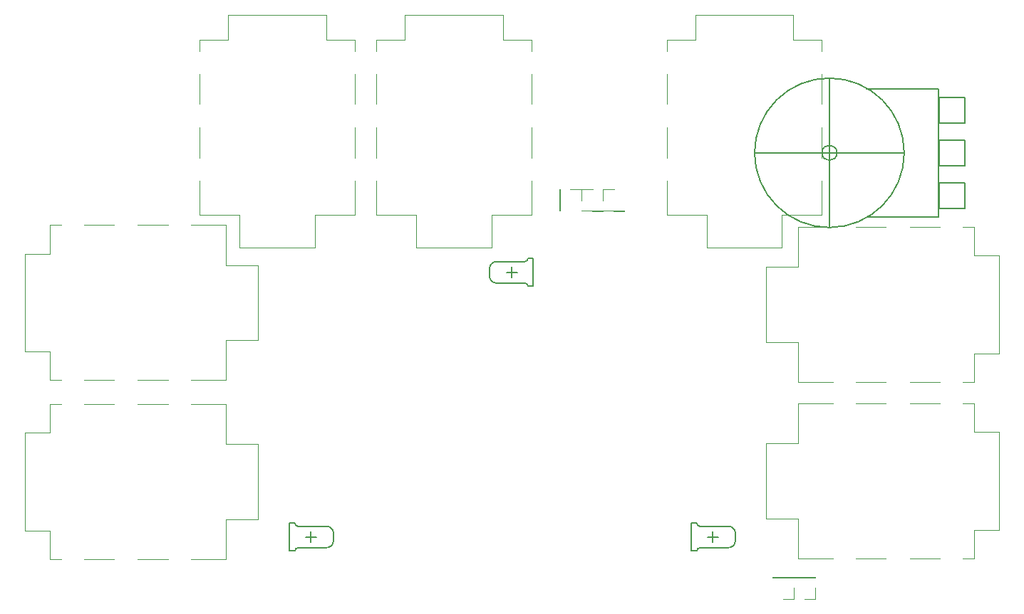
<source format=gbr>
G04 #@! TF.GenerationSoftware,KiCad,Pcbnew,(5.1.5-0-10_14)*
G04 #@! TF.CreationDate,2020-11-25T16:38:17+01:00*
G04 #@! TF.ProjectId,ab-mix,61622d6d-6978-42e6-9b69-6361645f7063,rev?*
G04 #@! TF.SameCoordinates,Original*
G04 #@! TF.FileFunction,Legend,Bot*
G04 #@! TF.FilePolarity,Positive*
%FSLAX46Y46*%
G04 Gerber Fmt 4.6, Leading zero omitted, Abs format (unit mm)*
G04 Created by KiCad (PCBNEW (5.1.5-0-10_14)) date 2020-11-25 16:38:17*
%MOMM*%
%LPD*%
G04 APERTURE LIST*
%ADD10C,0.127000*%
%ADD11C,0.120000*%
G04 APERTURE END LIST*
D10*
X138617000Y-71552000D02*
G75*
G03X138617000Y-71552000I-898000J0D01*
G01*
X128829000Y-71551998D02*
G75*
G03X137719000Y-80442000I8889901J-101D01*
G01*
X137719002Y-62662000D02*
G75*
G03X128829000Y-71552000I-101J-8889901D01*
G01*
X146609000Y-71552000D02*
G75*
G03X137719000Y-62662000I-8890000J0D01*
G01*
X137719000Y-80442000D02*
G75*
G03X146609000Y-71552000I0J8890000D01*
G01*
X142164000Y-79172000D02*
X150673000Y-79172000D01*
X150673000Y-63932000D02*
X142164000Y-63932000D01*
X146609000Y-71552000D02*
X128829000Y-71552000D01*
X137719000Y-80442000D02*
X137719000Y-62662000D01*
X150673000Y-79172000D02*
X150673000Y-63932000D01*
X150800000Y-78156000D02*
X150800000Y-75108000D01*
X150800000Y-73076000D02*
X150800000Y-70028000D01*
X150800000Y-67996000D02*
X150800000Y-64948000D01*
X150800000Y-78156000D02*
X153848000Y-78156000D01*
X153848000Y-78156000D02*
X153848000Y-75108000D01*
X153848000Y-75108000D02*
X150800000Y-75108000D01*
X150800000Y-73076000D02*
X153848000Y-73076000D01*
X153848000Y-73076000D02*
X153848000Y-70028000D01*
X153848000Y-70028000D02*
X150800000Y-70028000D01*
X150800000Y-67996000D02*
X153848000Y-67996000D01*
X153848000Y-67996000D02*
X153848000Y-64948000D01*
X153848000Y-64948000D02*
X150800000Y-64948000D01*
D11*
X87295000Y-58130000D02*
X87295000Y-55130000D01*
X98935000Y-55130000D02*
X87295000Y-55130000D01*
X98935000Y-58130000D02*
X98935000Y-55130000D01*
X97585000Y-82800000D02*
X97585000Y-78980000D01*
X102335000Y-58130000D02*
X98935000Y-58130000D01*
X83895000Y-58130000D02*
X83895000Y-59450000D01*
X102335000Y-58130000D02*
X102335000Y-59450000D01*
X102335000Y-74850000D02*
X102335000Y-78980000D01*
X102335000Y-68550000D02*
X102335000Y-72150000D01*
X102335000Y-62150000D02*
X102335000Y-65750000D01*
X83895000Y-65750000D02*
X83895000Y-62150000D01*
X83895000Y-72150000D02*
X83895000Y-68550000D01*
X83895000Y-78980000D02*
X83895000Y-74850000D01*
X102335000Y-78980000D02*
X97585000Y-78980000D01*
X97545000Y-82800000D02*
X88645000Y-82800000D01*
X88645000Y-82800000D02*
X88645000Y-78980000D01*
X88645000Y-78980000D02*
X83895000Y-78980000D01*
X87295000Y-58130000D02*
X83895000Y-58130000D01*
X154870000Y-83795000D02*
X157870000Y-83795000D01*
X157870000Y-95435000D02*
X157870000Y-83795000D01*
X154870000Y-95435000D02*
X157870000Y-95435000D01*
X130200000Y-94085000D02*
X134020000Y-94085000D01*
X154870000Y-98835000D02*
X154870000Y-95435000D01*
X154870000Y-80395000D02*
X153550000Y-80395000D01*
X154870000Y-98835000D02*
X153550000Y-98835000D01*
X138150000Y-98835000D02*
X134020000Y-98835000D01*
X144450000Y-98835000D02*
X140850000Y-98835000D01*
X150850000Y-98835000D02*
X147250000Y-98835000D01*
X147250000Y-80395000D02*
X150850000Y-80395000D01*
X140850000Y-80395000D02*
X144450000Y-80395000D01*
X134020000Y-80395000D02*
X138150000Y-80395000D01*
X134020000Y-98835000D02*
X134020000Y-94085000D01*
X130200000Y-94045000D02*
X130200000Y-85145000D01*
X130200000Y-85145000D02*
X134020000Y-85145000D01*
X134020000Y-85145000D02*
X134020000Y-80395000D01*
X154870000Y-83795000D02*
X154870000Y-80395000D01*
X154870000Y-104795000D02*
X157870000Y-104795000D01*
X157870000Y-116435000D02*
X157870000Y-104795000D01*
X154870000Y-116435000D02*
X157870000Y-116435000D01*
X130200000Y-115085000D02*
X134020000Y-115085000D01*
X154870000Y-119835000D02*
X154870000Y-116435000D01*
X154870000Y-101395000D02*
X153550000Y-101395000D01*
X154870000Y-119835000D02*
X153550000Y-119835000D01*
X138150000Y-119835000D02*
X134020000Y-119835000D01*
X144450000Y-119835000D02*
X140850000Y-119835000D01*
X150850000Y-119835000D02*
X147250000Y-119835000D01*
X147250000Y-101395000D02*
X150850000Y-101395000D01*
X140850000Y-101395000D02*
X144450000Y-101395000D01*
X134020000Y-101395000D02*
X138150000Y-101395000D01*
X134020000Y-119835000D02*
X134020000Y-115085000D01*
X130200000Y-115045000D02*
X130200000Y-106145000D01*
X130200000Y-106145000D02*
X134020000Y-106145000D01*
X134020000Y-106145000D02*
X134020000Y-101395000D01*
X154870000Y-104795000D02*
X154870000Y-101395000D01*
X45130000Y-95205000D02*
X42130000Y-95205000D01*
X42130000Y-83565000D02*
X42130000Y-95205000D01*
X45130000Y-83565000D02*
X42130000Y-83565000D01*
X69800000Y-84915000D02*
X65980000Y-84915000D01*
X45130000Y-80165000D02*
X45130000Y-83565000D01*
X45130000Y-98605000D02*
X46450000Y-98605000D01*
X45130000Y-80165000D02*
X46450000Y-80165000D01*
X61850000Y-80165000D02*
X65980000Y-80165000D01*
X55550000Y-80165000D02*
X59150000Y-80165000D01*
X49150000Y-80165000D02*
X52750000Y-80165000D01*
X52750000Y-98605000D02*
X49150000Y-98605000D01*
X59150000Y-98605000D02*
X55550000Y-98605000D01*
X65980000Y-98605000D02*
X61850000Y-98605000D01*
X65980000Y-80165000D02*
X65980000Y-84915000D01*
X69800000Y-84955000D02*
X69800000Y-93855000D01*
X69800000Y-93855000D02*
X65980000Y-93855000D01*
X65980000Y-93855000D02*
X65980000Y-98605000D01*
X45130000Y-95205000D02*
X45130000Y-98605000D01*
X45130000Y-116505000D02*
X42130000Y-116505000D01*
X42130000Y-104865000D02*
X42130000Y-116505000D01*
X45130000Y-104865000D02*
X42130000Y-104865000D01*
X69800000Y-106215000D02*
X65980000Y-106215000D01*
X45130000Y-101465000D02*
X45130000Y-104865000D01*
X45130000Y-119905000D02*
X46450000Y-119905000D01*
X45130000Y-101465000D02*
X46450000Y-101465000D01*
X61850000Y-101465000D02*
X65980000Y-101465000D01*
X55550000Y-101465000D02*
X59150000Y-101465000D01*
X49150000Y-101465000D02*
X52750000Y-101465000D01*
X52750000Y-119905000D02*
X49150000Y-119905000D01*
X59150000Y-119905000D02*
X55550000Y-119905000D01*
X65980000Y-119905000D02*
X61850000Y-119905000D01*
X65980000Y-101465000D02*
X65980000Y-106215000D01*
X69800000Y-106255000D02*
X69800000Y-115155000D01*
X69800000Y-115155000D02*
X65980000Y-115155000D01*
X65980000Y-115155000D02*
X65980000Y-119905000D01*
X45130000Y-116505000D02*
X45130000Y-119905000D01*
X121795000Y-58130000D02*
X121795000Y-55130000D01*
X133435000Y-55130000D02*
X121795000Y-55130000D01*
X133435000Y-58130000D02*
X133435000Y-55130000D01*
X132085000Y-82800000D02*
X132085000Y-78980000D01*
X136835000Y-58130000D02*
X133435000Y-58130000D01*
X118395000Y-58130000D02*
X118395000Y-59450000D01*
X136835000Y-58130000D02*
X136835000Y-59450000D01*
X136835000Y-74850000D02*
X136835000Y-78980000D01*
X136835000Y-68550000D02*
X136835000Y-72150000D01*
X136835000Y-62150000D02*
X136835000Y-65750000D01*
X118395000Y-65750000D02*
X118395000Y-62150000D01*
X118395000Y-72150000D02*
X118395000Y-68550000D01*
X118395000Y-78980000D02*
X118395000Y-74850000D01*
X136835000Y-78980000D02*
X132085000Y-78980000D01*
X132045000Y-82800000D02*
X123145000Y-82800000D01*
X123145000Y-82800000D02*
X123145000Y-78980000D01*
X123145000Y-78980000D02*
X118395000Y-78980000D01*
X121795000Y-58130000D02*
X118395000Y-58130000D01*
X66295000Y-58130000D02*
X66295000Y-55130000D01*
X77935000Y-55130000D02*
X66295000Y-55130000D01*
X77935000Y-58130000D02*
X77935000Y-55130000D01*
X76585000Y-82800000D02*
X76585000Y-78980000D01*
X81335000Y-58130000D02*
X77935000Y-58130000D01*
X62895000Y-58130000D02*
X62895000Y-59450000D01*
X81335000Y-58130000D02*
X81335000Y-59450000D01*
X81335000Y-74850000D02*
X81335000Y-78980000D01*
X81335000Y-68550000D02*
X81335000Y-72150000D01*
X81335000Y-62150000D02*
X81335000Y-65750000D01*
X62895000Y-65750000D02*
X62895000Y-62150000D01*
X62895000Y-72150000D02*
X62895000Y-68550000D01*
X62895000Y-78980000D02*
X62895000Y-74850000D01*
X81335000Y-78980000D02*
X76585000Y-78980000D01*
X76545000Y-82800000D02*
X67645000Y-82800000D01*
X67645000Y-82800000D02*
X67645000Y-78980000D01*
X67645000Y-78980000D02*
X62895000Y-78980000D01*
X66295000Y-58130000D02*
X62895000Y-58130000D01*
X105715000Y-78410000D02*
X105651500Y-78410000D01*
X105715000Y-75870000D02*
X105655000Y-75870000D01*
X105655000Y-75870000D02*
X105651500Y-78410000D01*
X105715000Y-75870000D02*
X105715000Y-78410000D01*
X108251500Y-75873500D02*
X108251500Y-77203500D01*
X106921500Y-75870000D02*
X108251500Y-75870000D01*
X110795000Y-78410000D02*
X110795000Y-78473500D01*
X108255000Y-78410000D02*
X108255000Y-78470000D01*
X108255000Y-78470000D02*
X110795000Y-78473500D01*
X108255000Y-78410000D02*
X110795000Y-78410000D01*
X108258500Y-75873500D02*
X109588500Y-75873500D01*
X108255000Y-77203500D02*
X108255000Y-75873500D01*
X113335000Y-78410000D02*
X113335000Y-78473500D01*
X110795000Y-78410000D02*
X110795000Y-78470000D01*
X110795000Y-78470000D02*
X113335000Y-78473500D01*
X110795000Y-78410000D02*
X113335000Y-78410000D01*
X110798500Y-75873500D02*
X112128500Y-75873500D01*
X110795000Y-77203500D02*
X110795000Y-75873500D01*
X130988000Y-122098000D02*
X130988000Y-122034500D01*
X133528000Y-122098000D02*
X133528000Y-122038000D01*
X133528000Y-122038000D02*
X130988000Y-122034500D01*
X133528000Y-122098000D02*
X130988000Y-122098000D01*
X133524500Y-124634500D02*
X132194500Y-124634500D01*
X133528000Y-123304500D02*
X133528000Y-124634500D01*
X133528000Y-122098000D02*
X133528000Y-122034500D01*
X136068000Y-122098000D02*
X136068000Y-122038000D01*
X136068000Y-122038000D02*
X133528000Y-122034500D01*
X136068000Y-122098000D02*
X133528000Y-122098000D01*
X136064500Y-124634500D02*
X134734500Y-124634500D01*
X136068000Y-123304500D02*
X136068000Y-124634500D01*
D10*
X76759000Y-117272000D02*
X75489000Y-117272000D01*
X76124000Y-117907000D02*
X76124000Y-116637000D01*
X73584000Y-118923000D02*
X74219000Y-118923000D01*
X73584000Y-115621000D02*
X73584000Y-118923000D01*
X74219000Y-115621000D02*
X73584000Y-115621000D01*
X74219000Y-118923000D02*
G75*
G02X74600000Y-118542000I381000J0D01*
G01*
X77902000Y-118542000D02*
X74600000Y-118542000D01*
X74219000Y-115621000D02*
G75*
G03X74600000Y-116002000I381000J0D01*
G01*
X77902000Y-116002000D02*
X74600000Y-116002000D01*
X77901999Y-116002001D02*
G75*
G02X78791000Y-116764000I63501J-825500D01*
G01*
X78791000Y-117780000D02*
X78791000Y-116764000D01*
X78791001Y-117779999D02*
G75*
G02X77902000Y-118542000I-825501J63500D01*
G01*
X126543001Y-117779999D02*
G75*
G02X125654000Y-118542000I-825501J63500D01*
G01*
X126543000Y-117780000D02*
X126543000Y-116764000D01*
X125653999Y-116002001D02*
G75*
G02X126543000Y-116764000I63501J-825500D01*
G01*
X125654000Y-116002000D02*
X122352000Y-116002000D01*
X121971000Y-115621000D02*
G75*
G03X122352000Y-116002000I381000J0D01*
G01*
X125654000Y-118542000D02*
X122352000Y-118542000D01*
X121971000Y-118923000D02*
G75*
G02X122352000Y-118542000I381000J0D01*
G01*
X121971000Y-115621000D02*
X121336000Y-115621000D01*
X121336000Y-115621000D02*
X121336000Y-118923000D01*
X121336000Y-118923000D02*
X121971000Y-118923000D01*
X123876000Y-117907000D02*
X123876000Y-116637000D01*
X124511000Y-117272000D02*
X123241000Y-117272000D01*
X99365000Y-85776000D02*
X100635000Y-85776000D01*
X100000000Y-85141000D02*
X100000000Y-86411000D01*
X102540000Y-84125000D02*
X101905000Y-84125000D01*
X102540000Y-87427000D02*
X102540000Y-84125000D01*
X101905000Y-87427000D02*
X102540000Y-87427000D01*
X101905000Y-84125000D02*
G75*
G02X101524000Y-84506000I-381000J0D01*
G01*
X98222000Y-84506000D02*
X101524000Y-84506000D01*
X101905000Y-87427000D02*
G75*
G03X101524000Y-87046000I-381000J0D01*
G01*
X98222000Y-87046000D02*
X101524000Y-87046000D01*
X98222001Y-87045999D02*
G75*
G02X97333000Y-86284000I-63501J825500D01*
G01*
X97333000Y-85268000D02*
X97333000Y-86284000D01*
X97332999Y-85268001D02*
G75*
G02X98222000Y-84506000I825501J-63500D01*
G01*
M02*

</source>
